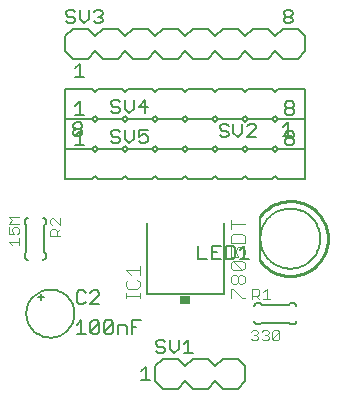
<source format=gto>
G75*
G70*
%OFA0B0*%
%FSLAX24Y24*%
%IPPOS*%
%LPD*%
%AMOC8*
5,1,8,0,0,1.08239X$1,22.5*
%
%ADD10C,0.0050*%
%ADD11C,0.0060*%
%ADD12C,0.0080*%
%ADD13C,0.0040*%
%ADD14R,0.0340X0.0300*%
%ADD15C,0.0100*%
D10*
X002595Y002430D02*
X002896Y002430D01*
X002746Y002430D02*
X002746Y002880D01*
X002595Y002730D01*
X003056Y002805D02*
X003056Y002505D01*
X003356Y002805D01*
X003356Y002505D01*
X003281Y002430D01*
X003131Y002430D01*
X003056Y002505D01*
X003056Y002805D02*
X003131Y002880D01*
X003281Y002880D01*
X003356Y002805D01*
X003516Y002805D02*
X003516Y002505D01*
X003816Y002805D01*
X003816Y002505D01*
X003741Y002430D01*
X003591Y002430D01*
X003516Y002505D01*
X003516Y002805D02*
X003591Y002880D01*
X003741Y002880D01*
X003816Y002805D01*
X003977Y002730D02*
X004202Y002730D01*
X004277Y002655D01*
X004277Y002430D01*
X004437Y002430D02*
X004437Y002880D01*
X004737Y002880D01*
X004587Y002655D02*
X004437Y002655D01*
X003977Y002730D02*
X003977Y002430D01*
X003356Y003430D02*
X003056Y003430D01*
X003356Y003730D01*
X003356Y003805D01*
X003281Y003880D01*
X003131Y003880D01*
X003056Y003805D01*
X002896Y003805D02*
X002821Y003880D01*
X002671Y003880D01*
X002595Y003805D01*
X002595Y003505D01*
X002671Y003430D01*
X002821Y003430D01*
X002896Y003505D01*
X004896Y001330D02*
X004745Y001180D01*
X004896Y001330D02*
X004896Y000880D01*
X005046Y000880D02*
X004745Y000880D01*
X005321Y001780D02*
X005245Y001855D01*
X005321Y001780D02*
X005471Y001780D01*
X005546Y001855D01*
X005546Y001930D01*
X005471Y002005D01*
X005321Y002005D01*
X005245Y002080D01*
X005245Y002155D01*
X005321Y002230D01*
X005471Y002230D01*
X005546Y002155D01*
X005706Y002230D02*
X005706Y001930D01*
X005856Y001780D01*
X006006Y001930D01*
X006006Y002230D01*
X006166Y002080D02*
X006316Y002230D01*
X006316Y001780D01*
X006166Y001780D02*
X006466Y001780D01*
X006654Y004920D02*
X006954Y004920D01*
X007114Y004920D02*
X007415Y004920D01*
X007575Y004920D02*
X007800Y004920D01*
X007875Y004995D01*
X007875Y005295D01*
X007800Y005370D01*
X007575Y005370D01*
X007575Y004920D01*
X007264Y005145D02*
X007114Y005145D01*
X007114Y005370D02*
X007114Y004920D01*
X007114Y005370D02*
X007415Y005370D01*
X008035Y005220D02*
X008185Y005370D01*
X008185Y004920D01*
X008035Y004920D02*
X008335Y004920D01*
X006654Y004920D02*
X006654Y005370D01*
X004891Y008780D02*
X004741Y008780D01*
X004666Y008855D01*
X004666Y009005D02*
X004816Y009080D01*
X004891Y009080D01*
X004966Y009005D01*
X004966Y008855D01*
X004891Y008780D01*
X004666Y009005D02*
X004666Y009230D01*
X004966Y009230D01*
X004506Y009230D02*
X004506Y008930D01*
X004356Y008780D01*
X004206Y008930D01*
X004206Y009230D01*
X004046Y009155D02*
X003971Y009230D01*
X003821Y009230D01*
X003745Y009155D01*
X003745Y009080D01*
X003821Y009005D01*
X003971Y009005D01*
X004046Y008930D01*
X004046Y008855D01*
X003971Y008780D01*
X003821Y008780D01*
X003745Y008855D01*
X003821Y009780D02*
X003745Y009855D01*
X003821Y009780D02*
X003971Y009780D01*
X004046Y009855D01*
X004046Y009930D01*
X003971Y010005D01*
X003821Y010005D01*
X003745Y010080D01*
X003745Y010155D01*
X003821Y010230D01*
X003971Y010230D01*
X004046Y010155D01*
X004206Y010230D02*
X004206Y009930D01*
X004356Y009780D01*
X004506Y009930D01*
X004506Y010230D01*
X004666Y010005D02*
X004966Y010005D01*
X004891Y010230D02*
X004666Y010005D01*
X004891Y009780D02*
X004891Y010230D01*
X002846Y009730D02*
X002545Y009730D01*
X002560Y009480D02*
X002710Y009480D01*
X002785Y009405D01*
X002785Y009330D01*
X002710Y009255D01*
X002560Y009255D01*
X002485Y009330D01*
X002485Y009405D01*
X002560Y009480D01*
X002560Y009255D02*
X002485Y009180D01*
X002485Y009105D01*
X002560Y009030D01*
X002710Y009030D01*
X002785Y009105D01*
X002785Y009180D01*
X002710Y009255D01*
X002696Y009180D02*
X002696Y008730D01*
X002846Y008730D02*
X002545Y008730D01*
X002545Y009030D02*
X002696Y009180D01*
X002696Y009730D02*
X002696Y010180D01*
X002545Y010030D01*
X002545Y010980D02*
X002846Y010980D01*
X002696Y010980D02*
X002696Y011430D01*
X002545Y011280D01*
X002471Y012780D02*
X002321Y012780D01*
X002245Y012855D01*
X002321Y013005D02*
X002471Y013005D01*
X002546Y012930D01*
X002546Y012855D01*
X002471Y012780D01*
X002321Y013005D02*
X002245Y013080D01*
X002245Y013155D01*
X002321Y013230D01*
X002471Y013230D01*
X002546Y013155D01*
X002706Y013230D02*
X002706Y012930D01*
X002856Y012780D01*
X003006Y012930D01*
X003006Y013230D01*
X003166Y013155D02*
X003241Y013230D01*
X003391Y013230D01*
X003466Y013155D01*
X003466Y013080D01*
X003391Y013005D01*
X003466Y012930D01*
X003466Y012855D01*
X003391Y012780D01*
X003241Y012780D01*
X003166Y012855D01*
X003316Y013005D02*
X003391Y013005D01*
X007364Y009355D02*
X007364Y009280D01*
X007439Y009205D01*
X007589Y009205D01*
X007665Y009130D01*
X007665Y009055D01*
X007589Y008980D01*
X007439Y008980D01*
X007364Y009055D01*
X007364Y009355D02*
X007439Y009430D01*
X007589Y009430D01*
X007665Y009355D01*
X007825Y009430D02*
X007825Y009130D01*
X007975Y008980D01*
X008125Y009130D01*
X008125Y009430D01*
X008285Y009355D02*
X008360Y009430D01*
X008510Y009430D01*
X008585Y009355D01*
X008585Y009280D01*
X008285Y008980D01*
X008585Y008980D01*
X009485Y009030D02*
X009785Y009030D01*
X009846Y009030D02*
X009771Y008955D01*
X009621Y008955D01*
X009545Y009030D01*
X009545Y009105D01*
X009621Y009180D01*
X009771Y009180D01*
X009846Y009105D01*
X009846Y009030D01*
X009771Y008955D02*
X009846Y008880D01*
X009846Y008805D01*
X009771Y008730D01*
X009621Y008730D01*
X009545Y008805D01*
X009545Y008880D01*
X009621Y008955D01*
X009635Y009030D02*
X009635Y009480D01*
X009485Y009330D01*
X009621Y009730D02*
X009545Y009805D01*
X009545Y009880D01*
X009621Y009955D01*
X009771Y009955D01*
X009846Y009880D01*
X009846Y009805D01*
X009771Y009730D01*
X009621Y009730D01*
X009621Y009955D02*
X009545Y010030D01*
X009545Y010105D01*
X009621Y010180D01*
X009771Y010180D01*
X009846Y010105D01*
X009846Y010030D01*
X009771Y009955D01*
X009721Y012780D02*
X009571Y012780D01*
X009495Y012855D01*
X009495Y012930D01*
X009571Y013005D01*
X009721Y013005D01*
X009796Y012930D01*
X009796Y012855D01*
X009721Y012780D01*
X009721Y013005D02*
X009796Y013080D01*
X009796Y013155D01*
X009721Y013230D01*
X009571Y013230D01*
X009495Y013155D01*
X009495Y013080D01*
X009571Y013005D01*
D11*
X000920Y003105D02*
X000922Y003161D01*
X000928Y003218D01*
X000938Y003273D01*
X000952Y003328D01*
X000969Y003382D01*
X000991Y003434D01*
X001016Y003484D01*
X001044Y003533D01*
X001076Y003580D01*
X001111Y003624D01*
X001149Y003666D01*
X001190Y003705D01*
X001234Y003740D01*
X001280Y003773D01*
X001328Y003802D01*
X001378Y003828D01*
X001430Y003851D01*
X001484Y003869D01*
X001538Y003884D01*
X001593Y003895D01*
X001649Y003902D01*
X001706Y003905D01*
X001762Y003904D01*
X001819Y003899D01*
X001874Y003890D01*
X001929Y003877D01*
X001983Y003860D01*
X002036Y003840D01*
X002087Y003816D01*
X002136Y003788D01*
X002183Y003757D01*
X002228Y003723D01*
X002271Y003685D01*
X002310Y003645D01*
X002347Y003602D01*
X002380Y003557D01*
X002410Y003509D01*
X002437Y003459D01*
X002460Y003408D01*
X002480Y003355D01*
X002496Y003301D01*
X002508Y003245D01*
X002516Y003190D01*
X002520Y003133D01*
X002520Y003077D01*
X002516Y003020D01*
X002508Y002965D01*
X002496Y002909D01*
X002480Y002855D01*
X002460Y002802D01*
X002437Y002751D01*
X002410Y002701D01*
X002380Y002653D01*
X002347Y002608D01*
X002310Y002565D01*
X002271Y002525D01*
X002228Y002487D01*
X002183Y002453D01*
X002136Y002422D01*
X002087Y002394D01*
X002036Y002370D01*
X001983Y002350D01*
X001929Y002333D01*
X001874Y002320D01*
X001819Y002311D01*
X001762Y002306D01*
X001706Y002305D01*
X001649Y002308D01*
X001593Y002315D01*
X001538Y002326D01*
X001484Y002341D01*
X001430Y002359D01*
X001378Y002382D01*
X001328Y002408D01*
X001280Y002437D01*
X001234Y002470D01*
X001190Y002505D01*
X001149Y002544D01*
X001111Y002586D01*
X001076Y002630D01*
X001044Y002677D01*
X001016Y002726D01*
X000991Y002776D01*
X000969Y002828D01*
X000952Y002882D01*
X000938Y002937D01*
X000928Y002992D01*
X000922Y003049D01*
X000920Y003105D01*
X001320Y003655D02*
X001520Y003655D01*
X001420Y003555D02*
X001420Y003755D01*
X001470Y004905D02*
X001487Y004907D01*
X001504Y004911D01*
X001520Y004918D01*
X001534Y004928D01*
X001547Y004941D01*
X001557Y004955D01*
X001564Y004971D01*
X001568Y004988D01*
X001570Y005005D01*
X001570Y005105D01*
X001520Y005155D01*
X001520Y006055D01*
X001570Y006105D01*
X001570Y006205D01*
X001568Y006222D01*
X001564Y006239D01*
X001557Y006255D01*
X001547Y006269D01*
X001534Y006282D01*
X001520Y006292D01*
X001504Y006299D01*
X001487Y006303D01*
X001470Y006305D01*
X000970Y006305D02*
X000953Y006303D01*
X000936Y006299D01*
X000920Y006292D01*
X000906Y006282D01*
X000893Y006269D01*
X000883Y006255D01*
X000876Y006239D01*
X000872Y006222D01*
X000870Y006205D01*
X000870Y006105D01*
X000920Y006055D01*
X000920Y005155D01*
X000870Y005105D01*
X000870Y005005D01*
X000872Y004988D01*
X000876Y004971D01*
X000883Y004955D01*
X000893Y004941D01*
X000906Y004928D01*
X000920Y004918D01*
X000936Y004911D01*
X000953Y004907D01*
X000970Y004905D01*
X002220Y007605D02*
X003120Y007605D01*
X003220Y007705D01*
X003320Y007605D01*
X004120Y007605D01*
X004220Y007705D01*
X004320Y007605D01*
X005120Y007605D01*
X005220Y007705D01*
X005320Y007605D01*
X006120Y007605D01*
X006220Y007705D01*
X006320Y007605D01*
X007120Y007605D01*
X007220Y007705D01*
X007320Y007605D01*
X008120Y007605D01*
X008220Y007705D01*
X008320Y007605D01*
X009120Y007605D01*
X009220Y007705D01*
X009320Y007605D01*
X010220Y007605D01*
X010220Y008605D01*
X009320Y008605D01*
X009220Y008705D01*
X009120Y008605D01*
X008320Y008605D01*
X008220Y008705D01*
X008120Y008605D01*
X007320Y008605D01*
X007220Y008705D01*
X007120Y008605D01*
X006320Y008605D01*
X006220Y008705D01*
X006120Y008605D01*
X005320Y008605D01*
X005220Y008705D01*
X005120Y008605D01*
X004320Y008605D01*
X004220Y008705D01*
X004120Y008605D01*
X003320Y008605D01*
X003220Y008705D01*
X003120Y008605D01*
X002220Y008605D01*
X002220Y009605D01*
X003120Y009605D01*
X003220Y009505D01*
X003320Y009605D01*
X004120Y009605D01*
X004220Y009505D01*
X004320Y009605D01*
X005120Y009605D01*
X005220Y009505D01*
X005320Y009605D01*
X006120Y009605D01*
X006220Y009505D01*
X006320Y009605D01*
X007120Y009605D01*
X007220Y009505D01*
X007320Y009605D01*
X008120Y009605D01*
X008220Y009505D01*
X008320Y009605D01*
X009120Y009605D01*
X009220Y009505D01*
X009320Y009605D01*
X010220Y009605D01*
X010220Y008605D01*
X009320Y008605D01*
X009220Y008505D01*
X009120Y008605D01*
X008320Y008605D01*
X008220Y008505D01*
X008120Y008605D01*
X007320Y008605D01*
X007220Y008505D01*
X007120Y008605D01*
X006320Y008605D01*
X006220Y008505D01*
X006120Y008605D01*
X005320Y008605D01*
X005220Y008505D01*
X005120Y008605D01*
X004320Y008605D01*
X004220Y008505D01*
X004120Y008605D01*
X003320Y008605D01*
X003220Y008505D01*
X003120Y008605D01*
X002220Y008605D01*
X002220Y007605D01*
X002220Y009605D02*
X002220Y010605D01*
X003120Y010605D01*
X003220Y010505D01*
X003320Y010605D01*
X004120Y010605D01*
X004220Y010505D01*
X004320Y010605D01*
X005120Y010605D01*
X005220Y010505D01*
X005320Y010605D01*
X006120Y010605D01*
X006220Y010505D01*
X006320Y010605D01*
X007120Y010605D01*
X007220Y010505D01*
X007320Y010605D01*
X008120Y010605D01*
X008220Y010505D01*
X008320Y010605D01*
X009120Y010605D01*
X009220Y010505D01*
X009320Y010605D01*
X010220Y010605D01*
X010220Y009605D01*
X009320Y009605D01*
X009220Y009705D01*
X009120Y009605D01*
X008320Y009605D01*
X008220Y009705D01*
X008120Y009605D01*
X007320Y009605D01*
X007220Y009705D01*
X007120Y009605D01*
X006320Y009605D01*
X006220Y009705D01*
X006120Y009605D01*
X005320Y009605D01*
X005220Y009705D01*
X005120Y009605D01*
X004320Y009605D01*
X004220Y009705D01*
X004120Y009605D01*
X003320Y009605D01*
X003220Y009705D01*
X003120Y009605D01*
X002220Y009605D01*
X002470Y011605D02*
X002970Y011605D01*
X003220Y011855D01*
X003470Y011605D01*
X003970Y011605D01*
X004220Y011855D01*
X004470Y011605D01*
X004970Y011605D01*
X005220Y011855D01*
X005470Y011605D01*
X005970Y011605D01*
X006220Y011855D01*
X006470Y011605D01*
X006970Y011605D01*
X007220Y011855D01*
X007470Y011605D01*
X007970Y011605D01*
X008220Y011855D01*
X008470Y011605D01*
X008970Y011605D01*
X009220Y011855D01*
X009470Y011605D01*
X009970Y011605D01*
X010220Y011855D01*
X010220Y012355D01*
X009970Y012605D01*
X009470Y012605D01*
X009220Y012355D01*
X008970Y012605D01*
X008470Y012605D01*
X008220Y012355D01*
X007970Y012605D01*
X007470Y012605D01*
X007220Y012355D01*
X006970Y012605D01*
X006470Y012605D01*
X006220Y012355D01*
X005970Y012605D01*
X005470Y012605D01*
X005220Y012355D01*
X004970Y012605D01*
X004470Y012605D01*
X004220Y012355D01*
X003970Y012605D01*
X003470Y012605D01*
X003220Y012355D01*
X002970Y012605D01*
X002470Y012605D01*
X002220Y012355D01*
X002220Y011855D01*
X002470Y011605D01*
X008620Y003455D02*
X008720Y003455D01*
X008770Y003405D01*
X009670Y003405D01*
X009720Y003455D01*
X009820Y003455D01*
X009837Y003453D01*
X009854Y003449D01*
X009870Y003442D01*
X009884Y003432D01*
X009897Y003419D01*
X009907Y003405D01*
X009914Y003389D01*
X009918Y003372D01*
X009920Y003355D01*
X009920Y002855D02*
X009918Y002838D01*
X009914Y002821D01*
X009907Y002805D01*
X009897Y002791D01*
X009884Y002778D01*
X009870Y002768D01*
X009854Y002761D01*
X009837Y002757D01*
X009820Y002755D01*
X009720Y002755D01*
X009670Y002805D01*
X008770Y002805D01*
X008720Y002755D01*
X008620Y002755D01*
X008603Y002757D01*
X008586Y002761D01*
X008570Y002768D01*
X008556Y002778D01*
X008543Y002791D01*
X008533Y002805D01*
X008526Y002821D01*
X008522Y002838D01*
X008520Y002855D01*
X008520Y003355D02*
X008522Y003372D01*
X008526Y003389D01*
X008533Y003405D01*
X008543Y003419D01*
X008556Y003432D01*
X008570Y003442D01*
X008586Y003449D01*
X008603Y003453D01*
X008620Y003455D01*
X007970Y001605D02*
X007470Y001605D01*
X007220Y001355D01*
X006970Y001605D01*
X006470Y001605D01*
X006220Y001355D01*
X005970Y001605D01*
X005470Y001605D01*
X005220Y001355D01*
X005220Y000855D01*
X005470Y000605D01*
X005970Y000605D01*
X006220Y000855D01*
X006470Y000605D01*
X006970Y000605D01*
X007220Y000855D01*
X007470Y000605D01*
X007970Y000605D01*
X008220Y000855D01*
X008220Y001355D01*
X007970Y001605D01*
X008720Y005605D02*
X008722Y005668D01*
X008728Y005730D01*
X008738Y005792D01*
X008751Y005854D01*
X008769Y005914D01*
X008790Y005973D01*
X008815Y006031D01*
X008844Y006087D01*
X008876Y006141D01*
X008911Y006193D01*
X008949Y006242D01*
X008991Y006290D01*
X009035Y006334D01*
X009083Y006376D01*
X009132Y006414D01*
X009184Y006449D01*
X009238Y006481D01*
X009294Y006510D01*
X009352Y006535D01*
X009411Y006556D01*
X009471Y006574D01*
X009533Y006587D01*
X009595Y006597D01*
X009657Y006603D01*
X009720Y006605D01*
X009783Y006603D01*
X009845Y006597D01*
X009907Y006587D01*
X009969Y006574D01*
X010029Y006556D01*
X010088Y006535D01*
X010146Y006510D01*
X010202Y006481D01*
X010256Y006449D01*
X010308Y006414D01*
X010357Y006376D01*
X010405Y006334D01*
X010449Y006290D01*
X010491Y006242D01*
X010529Y006193D01*
X010564Y006141D01*
X010596Y006087D01*
X010625Y006031D01*
X010650Y005973D01*
X010671Y005914D01*
X010689Y005854D01*
X010702Y005792D01*
X010712Y005730D01*
X010718Y005668D01*
X010720Y005605D01*
X010718Y005542D01*
X010712Y005480D01*
X010702Y005418D01*
X010689Y005356D01*
X010671Y005296D01*
X010650Y005237D01*
X010625Y005179D01*
X010596Y005123D01*
X010564Y005069D01*
X010529Y005017D01*
X010491Y004968D01*
X010449Y004920D01*
X010405Y004876D01*
X010357Y004834D01*
X010308Y004796D01*
X010256Y004761D01*
X010202Y004729D01*
X010146Y004700D01*
X010088Y004675D01*
X010029Y004654D01*
X009969Y004636D01*
X009907Y004623D01*
X009845Y004613D01*
X009783Y004607D01*
X009720Y004605D01*
X009657Y004607D01*
X009595Y004613D01*
X009533Y004623D01*
X009471Y004636D01*
X009411Y004654D01*
X009352Y004675D01*
X009294Y004700D01*
X009238Y004729D01*
X009184Y004761D01*
X009132Y004796D01*
X009083Y004834D01*
X009035Y004876D01*
X008991Y004920D01*
X008949Y004968D01*
X008911Y005017D01*
X008876Y005069D01*
X008844Y005123D01*
X008815Y005179D01*
X008790Y005237D01*
X008769Y005296D01*
X008751Y005356D01*
X008738Y005418D01*
X008728Y005480D01*
X008722Y005542D01*
X008720Y005605D01*
D12*
X008720Y006355D02*
X008720Y004855D01*
X007511Y003755D02*
X004930Y003755D01*
X004930Y006115D01*
X007510Y006115D02*
X007511Y003755D01*
D13*
X007740Y003625D02*
X007740Y003932D01*
X007817Y003932D01*
X008124Y003625D01*
X008200Y003625D01*
X008450Y003585D02*
X008450Y003935D01*
X008626Y003935D01*
X008684Y003877D01*
X008684Y003760D01*
X008626Y003701D01*
X008450Y003701D01*
X008567Y003701D02*
X008684Y003585D01*
X008810Y003585D02*
X009043Y003585D01*
X008926Y003585D02*
X008926Y003935D01*
X008810Y003818D01*
X008200Y004162D02*
X008124Y004085D01*
X008047Y004085D01*
X007970Y004162D01*
X007970Y004315D01*
X008047Y004392D01*
X008124Y004392D01*
X008200Y004315D01*
X008200Y004162D01*
X007970Y004162D02*
X007894Y004085D01*
X007817Y004085D01*
X007740Y004162D01*
X007740Y004315D01*
X007817Y004392D01*
X007894Y004392D01*
X007970Y004315D01*
X007817Y004545D02*
X007740Y004622D01*
X007740Y004776D01*
X007817Y004852D01*
X008124Y004545D01*
X008200Y004622D01*
X008200Y004776D01*
X008124Y004852D01*
X007817Y004852D01*
X007740Y005006D02*
X007970Y005006D01*
X007894Y005159D01*
X007894Y005236D01*
X007970Y005313D01*
X008124Y005313D01*
X008200Y005236D01*
X008200Y005082D01*
X008124Y005006D01*
X007740Y005006D02*
X007740Y005313D01*
X007740Y005466D02*
X007740Y005696D01*
X007817Y005773D01*
X008124Y005773D01*
X008200Y005696D01*
X008200Y005466D01*
X007740Y005466D01*
X007740Y005926D02*
X007740Y006233D01*
X007740Y006080D02*
X008200Y006080D01*
X008124Y004545D02*
X007817Y004545D01*
X008459Y002565D02*
X008400Y002507D01*
X008459Y002565D02*
X008576Y002565D01*
X008634Y002507D01*
X008634Y002448D01*
X008576Y002390D01*
X008634Y002331D01*
X008634Y002273D01*
X008576Y002215D01*
X008459Y002215D01*
X008400Y002273D01*
X008517Y002390D02*
X008576Y002390D01*
X008760Y002507D02*
X008818Y002565D01*
X008935Y002565D01*
X008993Y002507D01*
X008993Y002448D01*
X008935Y002390D01*
X008993Y002331D01*
X008993Y002273D01*
X008935Y002215D01*
X008818Y002215D01*
X008760Y002273D01*
X008876Y002390D02*
X008935Y002390D01*
X009119Y002273D02*
X009119Y002507D01*
X009177Y002565D01*
X009294Y002565D01*
X009352Y002507D01*
X009119Y002273D01*
X009177Y002215D01*
X009294Y002215D01*
X009352Y002273D01*
X009352Y002507D01*
X004700Y003625D02*
X004700Y003778D01*
X004700Y003701D02*
X004240Y003701D01*
X004240Y003625D02*
X004240Y003778D01*
X004317Y003932D02*
X004624Y003932D01*
X004700Y004008D01*
X004700Y004162D01*
X004624Y004239D01*
X004700Y004392D02*
X004700Y004699D01*
X004700Y004545D02*
X004240Y004545D01*
X004394Y004392D01*
X004317Y004239D02*
X004240Y004162D01*
X004240Y004008D01*
X004317Y003932D01*
X002050Y005697D02*
X001700Y005697D01*
X001700Y005872D01*
X001759Y005930D01*
X001875Y005930D01*
X001934Y005872D01*
X001934Y005697D01*
X001934Y005813D02*
X002050Y005930D01*
X002050Y006056D02*
X001817Y006289D01*
X001759Y006289D01*
X001700Y006231D01*
X001700Y006114D01*
X001759Y006056D01*
X002050Y006056D02*
X002050Y006289D01*
X000680Y006339D02*
X000330Y006339D01*
X000447Y006222D01*
X000330Y006106D01*
X000680Y006106D01*
X000622Y005980D02*
X000505Y005980D01*
X000447Y005922D01*
X000447Y005863D01*
X000505Y005747D01*
X000330Y005747D01*
X000330Y005980D01*
X000622Y005980D02*
X000680Y005922D01*
X000680Y005805D01*
X000622Y005747D01*
X000680Y005621D02*
X000680Y005387D01*
X000680Y005504D02*
X000330Y005504D01*
X000447Y005387D01*
D14*
X006220Y003565D03*
D15*
X008720Y004855D02*
X008763Y004801D01*
X008809Y004749D01*
X008858Y004700D01*
X008910Y004653D01*
X008964Y004610D01*
X009020Y004569D01*
X009079Y004532D01*
X009139Y004498D01*
X009202Y004468D01*
X009265Y004441D01*
X009331Y004417D01*
X009397Y004397D01*
X009465Y004381D01*
X009533Y004369D01*
X009602Y004361D01*
X009671Y004356D01*
X009741Y004355D01*
X009810Y004358D01*
X009879Y004365D01*
X009947Y004376D01*
X010015Y004390D01*
X010082Y004409D01*
X010148Y004431D01*
X010213Y004456D01*
X010276Y004485D01*
X010337Y004518D01*
X010396Y004554D01*
X010453Y004593D01*
X010509Y004635D01*
X010561Y004680D01*
X010611Y004728D01*
X010658Y004779D01*
X010703Y004833D01*
X010744Y004888D01*
X010782Y004946D01*
X010817Y005006D01*
X010849Y005068D01*
X010877Y005131D01*
X010901Y005196D01*
X010922Y005262D01*
X010939Y005330D01*
X010953Y005398D01*
X010962Y005467D01*
X010968Y005536D01*
X010970Y005605D01*
X010968Y005674D01*
X010962Y005743D01*
X010953Y005812D01*
X010939Y005880D01*
X010922Y005948D01*
X010901Y006014D01*
X010877Y006079D01*
X010849Y006142D01*
X010817Y006204D01*
X010782Y006264D01*
X010744Y006322D01*
X010703Y006377D01*
X010658Y006431D01*
X010611Y006482D01*
X010561Y006530D01*
X010509Y006575D01*
X010453Y006617D01*
X010396Y006656D01*
X010337Y006692D01*
X010276Y006725D01*
X010213Y006754D01*
X010148Y006779D01*
X010082Y006801D01*
X010015Y006820D01*
X009947Y006834D01*
X009879Y006845D01*
X009810Y006852D01*
X009741Y006855D01*
X009671Y006854D01*
X009602Y006849D01*
X009533Y006841D01*
X009465Y006829D01*
X009397Y006813D01*
X009331Y006793D01*
X009265Y006769D01*
X009202Y006742D01*
X009139Y006712D01*
X009079Y006678D01*
X009020Y006641D01*
X008964Y006600D01*
X008910Y006557D01*
X008858Y006510D01*
X008809Y006461D01*
X008763Y006409D01*
X008720Y006355D01*
M02*

</source>
